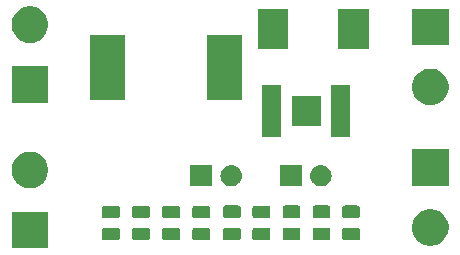
<source format=gbr>
G04 #@! TF.GenerationSoftware,KiCad,Pcbnew,(5.0.2)-1*
G04 #@! TF.CreationDate,2019-07-07T13:50:55+05:30*
G04 #@! TF.ProjectId,tps61500evm,74707336-3135-4303-9065-766d2e6b6963,rev?*
G04 #@! TF.SameCoordinates,Original*
G04 #@! TF.FileFunction,Soldermask,Top*
G04 #@! TF.FilePolarity,Negative*
%FSLAX46Y46*%
G04 Gerber Fmt 4.6, Leading zero omitted, Abs format (unit mm)*
G04 Created by KiCad (PCBNEW (5.0.2)-1) date 07/07/19 13:50:55*
%MOMM*%
%LPD*%
G01*
G04 APERTURE LIST*
%ADD10C,0.100000*%
G04 APERTURE END LIST*
D10*
G36*
X29751000Y-37651000D02*
X26649000Y-37651000D01*
X26649000Y-34549000D01*
X29751000Y-34549000D01*
X29751000Y-37651000D01*
X29751000Y-37651000D01*
G37*
G36*
X62452527Y-34368736D02*
X62552410Y-34388604D01*
X62834674Y-34505521D01*
X63088705Y-34675259D01*
X63304741Y-34891295D01*
X63474479Y-35145326D01*
X63591396Y-35427590D01*
X63591396Y-35427591D01*
X63651000Y-35727238D01*
X63651000Y-36032762D01*
X63622060Y-36178250D01*
X63591396Y-36332410D01*
X63474479Y-36614674D01*
X63304741Y-36868705D01*
X63088705Y-37084741D01*
X62834674Y-37254479D01*
X62552410Y-37371396D01*
X62452527Y-37391264D01*
X62252762Y-37431000D01*
X61947238Y-37431000D01*
X61747473Y-37391264D01*
X61647590Y-37371396D01*
X61365326Y-37254479D01*
X61111295Y-37084741D01*
X60895259Y-36868705D01*
X60725521Y-36614674D01*
X60608604Y-36332410D01*
X60577940Y-36178250D01*
X60549000Y-36032762D01*
X60549000Y-35727238D01*
X60608604Y-35427591D01*
X60608604Y-35427590D01*
X60725521Y-35145326D01*
X60895259Y-34891295D01*
X61111295Y-34675259D01*
X61365326Y-34505521D01*
X61647590Y-34388604D01*
X61747473Y-34368736D01*
X61947238Y-34329000D01*
X62252762Y-34329000D01*
X62452527Y-34368736D01*
X62452527Y-34368736D01*
G37*
G36*
X38194466Y-35913565D02*
X38233137Y-35925296D01*
X38268779Y-35944348D01*
X38300017Y-35969983D01*
X38325652Y-36001221D01*
X38344704Y-36036863D01*
X38356435Y-36075534D01*
X38361000Y-36121888D01*
X38361000Y-36773112D01*
X38356435Y-36819466D01*
X38344704Y-36858137D01*
X38325652Y-36893779D01*
X38300017Y-36925017D01*
X38268779Y-36950652D01*
X38233137Y-36969704D01*
X38194466Y-36981435D01*
X38148112Y-36986000D01*
X37071888Y-36986000D01*
X37025534Y-36981435D01*
X36986863Y-36969704D01*
X36951221Y-36950652D01*
X36919983Y-36925017D01*
X36894348Y-36893779D01*
X36875296Y-36858137D01*
X36863565Y-36819466D01*
X36859000Y-36773112D01*
X36859000Y-36121888D01*
X36863565Y-36075534D01*
X36875296Y-36036863D01*
X36894348Y-36001221D01*
X36919983Y-35969983D01*
X36951221Y-35944348D01*
X36986863Y-35925296D01*
X37025534Y-35913565D01*
X37071888Y-35909000D01*
X38148112Y-35909000D01*
X38194466Y-35913565D01*
X38194466Y-35913565D01*
G37*
G36*
X35644466Y-35913565D02*
X35683137Y-35925296D01*
X35718779Y-35944348D01*
X35750017Y-35969983D01*
X35775652Y-36001221D01*
X35794704Y-36036863D01*
X35806435Y-36075534D01*
X35811000Y-36121888D01*
X35811000Y-36773112D01*
X35806435Y-36819466D01*
X35794704Y-36858137D01*
X35775652Y-36893779D01*
X35750017Y-36925017D01*
X35718779Y-36950652D01*
X35683137Y-36969704D01*
X35644466Y-36981435D01*
X35598112Y-36986000D01*
X34521888Y-36986000D01*
X34475534Y-36981435D01*
X34436863Y-36969704D01*
X34401221Y-36950652D01*
X34369983Y-36925017D01*
X34344348Y-36893779D01*
X34325296Y-36858137D01*
X34313565Y-36819466D01*
X34309000Y-36773112D01*
X34309000Y-36121888D01*
X34313565Y-36075534D01*
X34325296Y-36036863D01*
X34344348Y-36001221D01*
X34369983Y-35969983D01*
X34401221Y-35944348D01*
X34436863Y-35925296D01*
X34475534Y-35913565D01*
X34521888Y-35909000D01*
X35598112Y-35909000D01*
X35644466Y-35913565D01*
X35644466Y-35913565D01*
G37*
G36*
X43294466Y-35913565D02*
X43333137Y-35925296D01*
X43368779Y-35944348D01*
X43400017Y-35969983D01*
X43425652Y-36001221D01*
X43444704Y-36036863D01*
X43456435Y-36075534D01*
X43461000Y-36121888D01*
X43461000Y-36773112D01*
X43456435Y-36819466D01*
X43444704Y-36858137D01*
X43425652Y-36893779D01*
X43400017Y-36925017D01*
X43368779Y-36950652D01*
X43333137Y-36969704D01*
X43294466Y-36981435D01*
X43248112Y-36986000D01*
X42171888Y-36986000D01*
X42125534Y-36981435D01*
X42086863Y-36969704D01*
X42051221Y-36950652D01*
X42019983Y-36925017D01*
X41994348Y-36893779D01*
X41975296Y-36858137D01*
X41963565Y-36819466D01*
X41959000Y-36773112D01*
X41959000Y-36121888D01*
X41963565Y-36075534D01*
X41975296Y-36036863D01*
X41994348Y-36001221D01*
X42019983Y-35969983D01*
X42051221Y-35944348D01*
X42086863Y-35925296D01*
X42125534Y-35913565D01*
X42171888Y-35909000D01*
X43248112Y-35909000D01*
X43294466Y-35913565D01*
X43294466Y-35913565D01*
G37*
G36*
X48384466Y-35913565D02*
X48423137Y-35925296D01*
X48458779Y-35944348D01*
X48490017Y-35969983D01*
X48515652Y-36001221D01*
X48534704Y-36036863D01*
X48546435Y-36075534D01*
X48551000Y-36121888D01*
X48551000Y-36773112D01*
X48546435Y-36819466D01*
X48534704Y-36858137D01*
X48515652Y-36893779D01*
X48490017Y-36925017D01*
X48458779Y-36950652D01*
X48423137Y-36969704D01*
X48384466Y-36981435D01*
X48338112Y-36986000D01*
X47261888Y-36986000D01*
X47215534Y-36981435D01*
X47176863Y-36969704D01*
X47141221Y-36950652D01*
X47109983Y-36925017D01*
X47084348Y-36893779D01*
X47065296Y-36858137D01*
X47053565Y-36819466D01*
X47049000Y-36773112D01*
X47049000Y-36121888D01*
X47053565Y-36075534D01*
X47065296Y-36036863D01*
X47084348Y-36001221D01*
X47109983Y-35969983D01*
X47141221Y-35944348D01*
X47176863Y-35925296D01*
X47215534Y-35913565D01*
X47261888Y-35909000D01*
X48338112Y-35909000D01*
X48384466Y-35913565D01*
X48384466Y-35913565D01*
G37*
G36*
X40744466Y-35913565D02*
X40783137Y-35925296D01*
X40818779Y-35944348D01*
X40850017Y-35969983D01*
X40875652Y-36001221D01*
X40894704Y-36036863D01*
X40906435Y-36075534D01*
X40911000Y-36121888D01*
X40911000Y-36773112D01*
X40906435Y-36819466D01*
X40894704Y-36858137D01*
X40875652Y-36893779D01*
X40850017Y-36925017D01*
X40818779Y-36950652D01*
X40783137Y-36969704D01*
X40744466Y-36981435D01*
X40698112Y-36986000D01*
X39621888Y-36986000D01*
X39575534Y-36981435D01*
X39536863Y-36969704D01*
X39501221Y-36950652D01*
X39469983Y-36925017D01*
X39444348Y-36893779D01*
X39425296Y-36858137D01*
X39413565Y-36819466D01*
X39409000Y-36773112D01*
X39409000Y-36121888D01*
X39413565Y-36075534D01*
X39425296Y-36036863D01*
X39444348Y-36001221D01*
X39469983Y-35969983D01*
X39501221Y-35944348D01*
X39536863Y-35925296D01*
X39575534Y-35913565D01*
X39621888Y-35909000D01*
X40698112Y-35909000D01*
X40744466Y-35913565D01*
X40744466Y-35913565D01*
G37*
G36*
X55984466Y-35903565D02*
X56023137Y-35915296D01*
X56058779Y-35934348D01*
X56090017Y-35959983D01*
X56115652Y-35991221D01*
X56134704Y-36026863D01*
X56146435Y-36065534D01*
X56151000Y-36111888D01*
X56151000Y-36763112D01*
X56146435Y-36809466D01*
X56134704Y-36848137D01*
X56115652Y-36883779D01*
X56090017Y-36915017D01*
X56058779Y-36940652D01*
X56023137Y-36959704D01*
X55984466Y-36971435D01*
X55938112Y-36976000D01*
X54861888Y-36976000D01*
X54815534Y-36971435D01*
X54776863Y-36959704D01*
X54741221Y-36940652D01*
X54709983Y-36915017D01*
X54684348Y-36883779D01*
X54665296Y-36848137D01*
X54653565Y-36809466D01*
X54649000Y-36763112D01*
X54649000Y-36111888D01*
X54653565Y-36065534D01*
X54665296Y-36026863D01*
X54684348Y-35991221D01*
X54709983Y-35959983D01*
X54741221Y-35934348D01*
X54776863Y-35915296D01*
X54815534Y-35903565D01*
X54861888Y-35899000D01*
X55938112Y-35899000D01*
X55984466Y-35903565D01*
X55984466Y-35903565D01*
G37*
G36*
X53484466Y-35903565D02*
X53523137Y-35915296D01*
X53558779Y-35934348D01*
X53590017Y-35959983D01*
X53615652Y-35991221D01*
X53634704Y-36026863D01*
X53646435Y-36065534D01*
X53651000Y-36111888D01*
X53651000Y-36763112D01*
X53646435Y-36809466D01*
X53634704Y-36848137D01*
X53615652Y-36883779D01*
X53590017Y-36915017D01*
X53558779Y-36940652D01*
X53523137Y-36959704D01*
X53484466Y-36971435D01*
X53438112Y-36976000D01*
X52361888Y-36976000D01*
X52315534Y-36971435D01*
X52276863Y-36959704D01*
X52241221Y-36940652D01*
X52209983Y-36915017D01*
X52184348Y-36883779D01*
X52165296Y-36848137D01*
X52153565Y-36809466D01*
X52149000Y-36763112D01*
X52149000Y-36111888D01*
X52153565Y-36065534D01*
X52165296Y-36026863D01*
X52184348Y-35991221D01*
X52209983Y-35959983D01*
X52241221Y-35934348D01*
X52276863Y-35915296D01*
X52315534Y-35903565D01*
X52361888Y-35899000D01*
X53438112Y-35899000D01*
X53484466Y-35903565D01*
X53484466Y-35903565D01*
G37*
G36*
X50934466Y-35903565D02*
X50973137Y-35915296D01*
X51008779Y-35934348D01*
X51040017Y-35959983D01*
X51065652Y-35991221D01*
X51084704Y-36026863D01*
X51096435Y-36065534D01*
X51101000Y-36111888D01*
X51101000Y-36763112D01*
X51096435Y-36809466D01*
X51084704Y-36848137D01*
X51065652Y-36883779D01*
X51040017Y-36915017D01*
X51008779Y-36940652D01*
X50973137Y-36959704D01*
X50934466Y-36971435D01*
X50888112Y-36976000D01*
X49811888Y-36976000D01*
X49765534Y-36971435D01*
X49726863Y-36959704D01*
X49691221Y-36940652D01*
X49659983Y-36915017D01*
X49634348Y-36883779D01*
X49615296Y-36848137D01*
X49603565Y-36809466D01*
X49599000Y-36763112D01*
X49599000Y-36111888D01*
X49603565Y-36065534D01*
X49615296Y-36026863D01*
X49634348Y-35991221D01*
X49659983Y-35959983D01*
X49691221Y-35934348D01*
X49726863Y-35915296D01*
X49765534Y-35903565D01*
X49811888Y-35899000D01*
X50888112Y-35899000D01*
X50934466Y-35903565D01*
X50934466Y-35903565D01*
G37*
G36*
X45884466Y-35903565D02*
X45923137Y-35915296D01*
X45958779Y-35934348D01*
X45990017Y-35959983D01*
X46015652Y-35991221D01*
X46034704Y-36026863D01*
X46046435Y-36065534D01*
X46051000Y-36111888D01*
X46051000Y-36763112D01*
X46046435Y-36809466D01*
X46034704Y-36848137D01*
X46015652Y-36883779D01*
X45990017Y-36915017D01*
X45958779Y-36940652D01*
X45923137Y-36959704D01*
X45884466Y-36971435D01*
X45838112Y-36976000D01*
X44761888Y-36976000D01*
X44715534Y-36971435D01*
X44676863Y-36959704D01*
X44641221Y-36940652D01*
X44609983Y-36915017D01*
X44584348Y-36883779D01*
X44565296Y-36848137D01*
X44553565Y-36809466D01*
X44549000Y-36763112D01*
X44549000Y-36111888D01*
X44553565Y-36065534D01*
X44565296Y-36026863D01*
X44584348Y-35991221D01*
X44609983Y-35959983D01*
X44641221Y-35934348D01*
X44676863Y-35915296D01*
X44715534Y-35903565D01*
X44761888Y-35899000D01*
X45838112Y-35899000D01*
X45884466Y-35903565D01*
X45884466Y-35903565D01*
G37*
G36*
X40744466Y-34038565D02*
X40783137Y-34050296D01*
X40818779Y-34069348D01*
X40850017Y-34094983D01*
X40875652Y-34126221D01*
X40894704Y-34161863D01*
X40906435Y-34200534D01*
X40911000Y-34246888D01*
X40911000Y-34898112D01*
X40906435Y-34944466D01*
X40894704Y-34983137D01*
X40875652Y-35018779D01*
X40850017Y-35050017D01*
X40818779Y-35075652D01*
X40783137Y-35094704D01*
X40744466Y-35106435D01*
X40698112Y-35111000D01*
X39621888Y-35111000D01*
X39575534Y-35106435D01*
X39536863Y-35094704D01*
X39501221Y-35075652D01*
X39469983Y-35050017D01*
X39444348Y-35018779D01*
X39425296Y-34983137D01*
X39413565Y-34944466D01*
X39409000Y-34898112D01*
X39409000Y-34246888D01*
X39413565Y-34200534D01*
X39425296Y-34161863D01*
X39444348Y-34126221D01*
X39469983Y-34094983D01*
X39501221Y-34069348D01*
X39536863Y-34050296D01*
X39575534Y-34038565D01*
X39621888Y-34034000D01*
X40698112Y-34034000D01*
X40744466Y-34038565D01*
X40744466Y-34038565D01*
G37*
G36*
X48384466Y-34038565D02*
X48423137Y-34050296D01*
X48458779Y-34069348D01*
X48490017Y-34094983D01*
X48515652Y-34126221D01*
X48534704Y-34161863D01*
X48546435Y-34200534D01*
X48551000Y-34246888D01*
X48551000Y-34898112D01*
X48546435Y-34944466D01*
X48534704Y-34983137D01*
X48515652Y-35018779D01*
X48490017Y-35050017D01*
X48458779Y-35075652D01*
X48423137Y-35094704D01*
X48384466Y-35106435D01*
X48338112Y-35111000D01*
X47261888Y-35111000D01*
X47215534Y-35106435D01*
X47176863Y-35094704D01*
X47141221Y-35075652D01*
X47109983Y-35050017D01*
X47084348Y-35018779D01*
X47065296Y-34983137D01*
X47053565Y-34944466D01*
X47049000Y-34898112D01*
X47049000Y-34246888D01*
X47053565Y-34200534D01*
X47065296Y-34161863D01*
X47084348Y-34126221D01*
X47109983Y-34094983D01*
X47141221Y-34069348D01*
X47176863Y-34050296D01*
X47215534Y-34038565D01*
X47261888Y-34034000D01*
X48338112Y-34034000D01*
X48384466Y-34038565D01*
X48384466Y-34038565D01*
G37*
G36*
X43294466Y-34038565D02*
X43333137Y-34050296D01*
X43368779Y-34069348D01*
X43400017Y-34094983D01*
X43425652Y-34126221D01*
X43444704Y-34161863D01*
X43456435Y-34200534D01*
X43461000Y-34246888D01*
X43461000Y-34898112D01*
X43456435Y-34944466D01*
X43444704Y-34983137D01*
X43425652Y-35018779D01*
X43400017Y-35050017D01*
X43368779Y-35075652D01*
X43333137Y-35094704D01*
X43294466Y-35106435D01*
X43248112Y-35111000D01*
X42171888Y-35111000D01*
X42125534Y-35106435D01*
X42086863Y-35094704D01*
X42051221Y-35075652D01*
X42019983Y-35050017D01*
X41994348Y-35018779D01*
X41975296Y-34983137D01*
X41963565Y-34944466D01*
X41959000Y-34898112D01*
X41959000Y-34246888D01*
X41963565Y-34200534D01*
X41975296Y-34161863D01*
X41994348Y-34126221D01*
X42019983Y-34094983D01*
X42051221Y-34069348D01*
X42086863Y-34050296D01*
X42125534Y-34038565D01*
X42171888Y-34034000D01*
X43248112Y-34034000D01*
X43294466Y-34038565D01*
X43294466Y-34038565D01*
G37*
G36*
X35644466Y-34038565D02*
X35683137Y-34050296D01*
X35718779Y-34069348D01*
X35750017Y-34094983D01*
X35775652Y-34126221D01*
X35794704Y-34161863D01*
X35806435Y-34200534D01*
X35811000Y-34246888D01*
X35811000Y-34898112D01*
X35806435Y-34944466D01*
X35794704Y-34983137D01*
X35775652Y-35018779D01*
X35750017Y-35050017D01*
X35718779Y-35075652D01*
X35683137Y-35094704D01*
X35644466Y-35106435D01*
X35598112Y-35111000D01*
X34521888Y-35111000D01*
X34475534Y-35106435D01*
X34436863Y-35094704D01*
X34401221Y-35075652D01*
X34369983Y-35050017D01*
X34344348Y-35018779D01*
X34325296Y-34983137D01*
X34313565Y-34944466D01*
X34309000Y-34898112D01*
X34309000Y-34246888D01*
X34313565Y-34200534D01*
X34325296Y-34161863D01*
X34344348Y-34126221D01*
X34369983Y-34094983D01*
X34401221Y-34069348D01*
X34436863Y-34050296D01*
X34475534Y-34038565D01*
X34521888Y-34034000D01*
X35598112Y-34034000D01*
X35644466Y-34038565D01*
X35644466Y-34038565D01*
G37*
G36*
X38194466Y-34038565D02*
X38233137Y-34050296D01*
X38268779Y-34069348D01*
X38300017Y-34094983D01*
X38325652Y-34126221D01*
X38344704Y-34161863D01*
X38356435Y-34200534D01*
X38361000Y-34246888D01*
X38361000Y-34898112D01*
X38356435Y-34944466D01*
X38344704Y-34983137D01*
X38325652Y-35018779D01*
X38300017Y-35050017D01*
X38268779Y-35075652D01*
X38233137Y-35094704D01*
X38194466Y-35106435D01*
X38148112Y-35111000D01*
X37071888Y-35111000D01*
X37025534Y-35106435D01*
X36986863Y-35094704D01*
X36951221Y-35075652D01*
X36919983Y-35050017D01*
X36894348Y-35018779D01*
X36875296Y-34983137D01*
X36863565Y-34944466D01*
X36859000Y-34898112D01*
X36859000Y-34246888D01*
X36863565Y-34200534D01*
X36875296Y-34161863D01*
X36894348Y-34126221D01*
X36919983Y-34094983D01*
X36951221Y-34069348D01*
X36986863Y-34050296D01*
X37025534Y-34038565D01*
X37071888Y-34034000D01*
X38148112Y-34034000D01*
X38194466Y-34038565D01*
X38194466Y-34038565D01*
G37*
G36*
X53484466Y-34028565D02*
X53523137Y-34040296D01*
X53558779Y-34059348D01*
X53590017Y-34084983D01*
X53615652Y-34116221D01*
X53634704Y-34151863D01*
X53646435Y-34190534D01*
X53651000Y-34236888D01*
X53651000Y-34888112D01*
X53646435Y-34934466D01*
X53634704Y-34973137D01*
X53615652Y-35008779D01*
X53590017Y-35040017D01*
X53558779Y-35065652D01*
X53523137Y-35084704D01*
X53484466Y-35096435D01*
X53438112Y-35101000D01*
X52361888Y-35101000D01*
X52315534Y-35096435D01*
X52276863Y-35084704D01*
X52241221Y-35065652D01*
X52209983Y-35040017D01*
X52184348Y-35008779D01*
X52165296Y-34973137D01*
X52153565Y-34934466D01*
X52149000Y-34888112D01*
X52149000Y-34236888D01*
X52153565Y-34190534D01*
X52165296Y-34151863D01*
X52184348Y-34116221D01*
X52209983Y-34084983D01*
X52241221Y-34059348D01*
X52276863Y-34040296D01*
X52315534Y-34028565D01*
X52361888Y-34024000D01*
X53438112Y-34024000D01*
X53484466Y-34028565D01*
X53484466Y-34028565D01*
G37*
G36*
X50934466Y-34028565D02*
X50973137Y-34040296D01*
X51008779Y-34059348D01*
X51040017Y-34084983D01*
X51065652Y-34116221D01*
X51084704Y-34151863D01*
X51096435Y-34190534D01*
X51101000Y-34236888D01*
X51101000Y-34888112D01*
X51096435Y-34934466D01*
X51084704Y-34973137D01*
X51065652Y-35008779D01*
X51040017Y-35040017D01*
X51008779Y-35065652D01*
X50973137Y-35084704D01*
X50934466Y-35096435D01*
X50888112Y-35101000D01*
X49811888Y-35101000D01*
X49765534Y-35096435D01*
X49726863Y-35084704D01*
X49691221Y-35065652D01*
X49659983Y-35040017D01*
X49634348Y-35008779D01*
X49615296Y-34973137D01*
X49603565Y-34934466D01*
X49599000Y-34888112D01*
X49599000Y-34236888D01*
X49603565Y-34190534D01*
X49615296Y-34151863D01*
X49634348Y-34116221D01*
X49659983Y-34084983D01*
X49691221Y-34059348D01*
X49726863Y-34040296D01*
X49765534Y-34028565D01*
X49811888Y-34024000D01*
X50888112Y-34024000D01*
X50934466Y-34028565D01*
X50934466Y-34028565D01*
G37*
G36*
X55984466Y-34028565D02*
X56023137Y-34040296D01*
X56058779Y-34059348D01*
X56090017Y-34084983D01*
X56115652Y-34116221D01*
X56134704Y-34151863D01*
X56146435Y-34190534D01*
X56151000Y-34236888D01*
X56151000Y-34888112D01*
X56146435Y-34934466D01*
X56134704Y-34973137D01*
X56115652Y-35008779D01*
X56090017Y-35040017D01*
X56058779Y-35065652D01*
X56023137Y-35084704D01*
X55984466Y-35096435D01*
X55938112Y-35101000D01*
X54861888Y-35101000D01*
X54815534Y-35096435D01*
X54776863Y-35084704D01*
X54741221Y-35065652D01*
X54709983Y-35040017D01*
X54684348Y-35008779D01*
X54665296Y-34973137D01*
X54653565Y-34934466D01*
X54649000Y-34888112D01*
X54649000Y-34236888D01*
X54653565Y-34190534D01*
X54665296Y-34151863D01*
X54684348Y-34116221D01*
X54709983Y-34084983D01*
X54741221Y-34059348D01*
X54776863Y-34040296D01*
X54815534Y-34028565D01*
X54861888Y-34024000D01*
X55938112Y-34024000D01*
X55984466Y-34028565D01*
X55984466Y-34028565D01*
G37*
G36*
X45884466Y-34028565D02*
X45923137Y-34040296D01*
X45958779Y-34059348D01*
X45990017Y-34084983D01*
X46015652Y-34116221D01*
X46034704Y-34151863D01*
X46046435Y-34190534D01*
X46051000Y-34236888D01*
X46051000Y-34888112D01*
X46046435Y-34934466D01*
X46034704Y-34973137D01*
X46015652Y-35008779D01*
X45990017Y-35040017D01*
X45958779Y-35065652D01*
X45923137Y-35084704D01*
X45884466Y-35096435D01*
X45838112Y-35101000D01*
X44761888Y-35101000D01*
X44715534Y-35096435D01*
X44676863Y-35084704D01*
X44641221Y-35065652D01*
X44609983Y-35040017D01*
X44584348Y-35008779D01*
X44565296Y-34973137D01*
X44553565Y-34934466D01*
X44549000Y-34888112D01*
X44549000Y-34236888D01*
X44553565Y-34190534D01*
X44565296Y-34151863D01*
X44584348Y-34116221D01*
X44609983Y-34084983D01*
X44641221Y-34059348D01*
X44676863Y-34040296D01*
X44715534Y-34028565D01*
X44761888Y-34024000D01*
X45838112Y-34024000D01*
X45884466Y-34028565D01*
X45884466Y-34028565D01*
G37*
G36*
X28552527Y-29508736D02*
X28652410Y-29528604D01*
X28934674Y-29645521D01*
X29188705Y-29815259D01*
X29404741Y-30031295D01*
X29574479Y-30285326D01*
X29691396Y-30567590D01*
X29751000Y-30867240D01*
X29751000Y-31172760D01*
X29691396Y-31472410D01*
X29574479Y-31754674D01*
X29404741Y-32008705D01*
X29188705Y-32224741D01*
X28934674Y-32394479D01*
X28652410Y-32511396D01*
X28552527Y-32531264D01*
X28352762Y-32571000D01*
X28047238Y-32571000D01*
X27847473Y-32531264D01*
X27747590Y-32511396D01*
X27465326Y-32394479D01*
X27211295Y-32224741D01*
X26995259Y-32008705D01*
X26825521Y-31754674D01*
X26708604Y-31472410D01*
X26649000Y-31172760D01*
X26649000Y-30867240D01*
X26708604Y-30567590D01*
X26825521Y-30285326D01*
X26995259Y-30031295D01*
X27211295Y-29815259D01*
X27465326Y-29645521D01*
X27747590Y-29528604D01*
X27847473Y-29508736D01*
X28047238Y-29469000D01*
X28352762Y-29469000D01*
X28552527Y-29508736D01*
X28552527Y-29508736D01*
G37*
G36*
X52950442Y-30605518D02*
X53016627Y-30612037D01*
X53129853Y-30646384D01*
X53186467Y-30663557D01*
X53325087Y-30737652D01*
X53342991Y-30747222D01*
X53378729Y-30776552D01*
X53480186Y-30859814D01*
X53563448Y-30961271D01*
X53592778Y-30997009D01*
X53592779Y-30997011D01*
X53676443Y-31153533D01*
X53676443Y-31153534D01*
X53727963Y-31323373D01*
X53745359Y-31500000D01*
X53727963Y-31676627D01*
X53704288Y-31754672D01*
X53676443Y-31846467D01*
X53602348Y-31985087D01*
X53592778Y-32002991D01*
X53563448Y-32038729D01*
X53480186Y-32140186D01*
X53378729Y-32223448D01*
X53342991Y-32252778D01*
X53342989Y-32252779D01*
X53186467Y-32336443D01*
X53138478Y-32351000D01*
X53016627Y-32387963D01*
X52950468Y-32394479D01*
X52884260Y-32401000D01*
X52795740Y-32401000D01*
X52729532Y-32394479D01*
X52663373Y-32387963D01*
X52541522Y-32351000D01*
X52493533Y-32336443D01*
X52337011Y-32252779D01*
X52337009Y-32252778D01*
X52301271Y-32223448D01*
X52199814Y-32140186D01*
X52116552Y-32038729D01*
X52087222Y-32002991D01*
X52077652Y-31985087D01*
X52003557Y-31846467D01*
X51975712Y-31754672D01*
X51952037Y-31676627D01*
X51934641Y-31500000D01*
X51952037Y-31323373D01*
X52003557Y-31153534D01*
X52003557Y-31153533D01*
X52087221Y-30997011D01*
X52087222Y-30997009D01*
X52116552Y-30961271D01*
X52199814Y-30859814D01*
X52301271Y-30776552D01*
X52337009Y-30747222D01*
X52354913Y-30737652D01*
X52493533Y-30663557D01*
X52550147Y-30646384D01*
X52663373Y-30612037D01*
X52729558Y-30605518D01*
X52795740Y-30599000D01*
X52884260Y-30599000D01*
X52950442Y-30605518D01*
X52950442Y-30605518D01*
G37*
G36*
X51201000Y-32401000D02*
X49399000Y-32401000D01*
X49399000Y-30599000D01*
X51201000Y-30599000D01*
X51201000Y-32401000D01*
X51201000Y-32401000D01*
G37*
G36*
X43601000Y-32401000D02*
X41799000Y-32401000D01*
X41799000Y-30599000D01*
X43601000Y-30599000D01*
X43601000Y-32401000D01*
X43601000Y-32401000D01*
G37*
G36*
X45350442Y-30605518D02*
X45416627Y-30612037D01*
X45529853Y-30646384D01*
X45586467Y-30663557D01*
X45725087Y-30737652D01*
X45742991Y-30747222D01*
X45778729Y-30776552D01*
X45880186Y-30859814D01*
X45963448Y-30961271D01*
X45992778Y-30997009D01*
X45992779Y-30997011D01*
X46076443Y-31153533D01*
X46076443Y-31153534D01*
X46127963Y-31323373D01*
X46145359Y-31500000D01*
X46127963Y-31676627D01*
X46104288Y-31754672D01*
X46076443Y-31846467D01*
X46002348Y-31985087D01*
X45992778Y-32002991D01*
X45963448Y-32038729D01*
X45880186Y-32140186D01*
X45778729Y-32223448D01*
X45742991Y-32252778D01*
X45742989Y-32252779D01*
X45586467Y-32336443D01*
X45538478Y-32351000D01*
X45416627Y-32387963D01*
X45350468Y-32394479D01*
X45284260Y-32401000D01*
X45195740Y-32401000D01*
X45129532Y-32394479D01*
X45063373Y-32387963D01*
X44941522Y-32351000D01*
X44893533Y-32336443D01*
X44737011Y-32252779D01*
X44737009Y-32252778D01*
X44701271Y-32223448D01*
X44599814Y-32140186D01*
X44516552Y-32038729D01*
X44487222Y-32002991D01*
X44477652Y-31985087D01*
X44403557Y-31846467D01*
X44375712Y-31754672D01*
X44352037Y-31676627D01*
X44334641Y-31500000D01*
X44352037Y-31323373D01*
X44403557Y-31153534D01*
X44403557Y-31153533D01*
X44487221Y-30997011D01*
X44487222Y-30997009D01*
X44516552Y-30961271D01*
X44599814Y-30859814D01*
X44701271Y-30776552D01*
X44737009Y-30747222D01*
X44754913Y-30737652D01*
X44893533Y-30663557D01*
X44950147Y-30646384D01*
X45063373Y-30612037D01*
X45129558Y-30605518D01*
X45195740Y-30599000D01*
X45284260Y-30599000D01*
X45350442Y-30605518D01*
X45350442Y-30605518D01*
G37*
G36*
X63651000Y-32351000D02*
X60549000Y-32351000D01*
X60549000Y-29249000D01*
X63651000Y-29249000D01*
X63651000Y-32351000D01*
X63651000Y-32351000D01*
G37*
G36*
X55308600Y-28184600D02*
X53733400Y-28184600D01*
X53733400Y-23815400D01*
X55308600Y-23815400D01*
X55308600Y-28184600D01*
X55308600Y-28184600D01*
G37*
G36*
X49466600Y-28184600D02*
X47891400Y-28184600D01*
X47891400Y-23815400D01*
X49466600Y-23815400D01*
X49466600Y-28184600D01*
X49466600Y-28184600D01*
G37*
G36*
X52806700Y-27282900D02*
X50393300Y-27282900D01*
X50393300Y-24717100D01*
X52806700Y-24717100D01*
X52806700Y-27282900D01*
X52806700Y-27282900D01*
G37*
G36*
X62452527Y-22468736D02*
X62552410Y-22488604D01*
X62834674Y-22605521D01*
X63088705Y-22775259D01*
X63304741Y-22991295D01*
X63474479Y-23245326D01*
X63591396Y-23527590D01*
X63651000Y-23827240D01*
X63651000Y-24132760D01*
X63591396Y-24432410D01*
X63474479Y-24714674D01*
X63304741Y-24968705D01*
X63088705Y-25184741D01*
X62834674Y-25354479D01*
X62552410Y-25471396D01*
X62452527Y-25491264D01*
X62252762Y-25531000D01*
X61947238Y-25531000D01*
X61747473Y-25491264D01*
X61647590Y-25471396D01*
X61365326Y-25354479D01*
X61111295Y-25184741D01*
X60895259Y-24968705D01*
X60725521Y-24714674D01*
X60608604Y-24432410D01*
X60549000Y-24132760D01*
X60549000Y-23827240D01*
X60608604Y-23527590D01*
X60725521Y-23245326D01*
X60895259Y-22991295D01*
X61111295Y-22775259D01*
X61365326Y-22605521D01*
X61647590Y-22488604D01*
X61747473Y-22468736D01*
X61947238Y-22429000D01*
X62252762Y-22429000D01*
X62452527Y-22468736D01*
X62452527Y-22468736D01*
G37*
G36*
X29751000Y-25351000D02*
X26649000Y-25351000D01*
X26649000Y-22249000D01*
X29751000Y-22249000D01*
X29751000Y-25351000D01*
X29751000Y-25351000D01*
G37*
G36*
X46191000Y-25051000D02*
X43189000Y-25051000D01*
X43189000Y-19549000D01*
X46191000Y-19549000D01*
X46191000Y-25051000D01*
X46191000Y-25051000D01*
G37*
G36*
X36291000Y-25051000D02*
X33289000Y-25051000D01*
X33289000Y-19549000D01*
X36291000Y-19549000D01*
X36291000Y-25051000D01*
X36291000Y-25051000D01*
G37*
G36*
X56891000Y-20781000D02*
X54289000Y-20781000D01*
X54289000Y-17379000D01*
X56891000Y-17379000D01*
X56891000Y-20781000D01*
X56891000Y-20781000D01*
G37*
G36*
X50091000Y-20781000D02*
X47489000Y-20781000D01*
X47489000Y-17379000D01*
X50091000Y-17379000D01*
X50091000Y-20781000D01*
X50091000Y-20781000D01*
G37*
G36*
X63651000Y-20451000D02*
X60549000Y-20451000D01*
X60549000Y-17349000D01*
X63651000Y-17349000D01*
X63651000Y-20451000D01*
X63651000Y-20451000D01*
G37*
G36*
X28552527Y-17208736D02*
X28652410Y-17228604D01*
X28934674Y-17345521D01*
X29188705Y-17515259D01*
X29404741Y-17731295D01*
X29574479Y-17985326D01*
X29691396Y-18267590D01*
X29751000Y-18567240D01*
X29751000Y-18872760D01*
X29691396Y-19172410D01*
X29574479Y-19454674D01*
X29404741Y-19708705D01*
X29188705Y-19924741D01*
X28934674Y-20094479D01*
X28652410Y-20211396D01*
X28552527Y-20231264D01*
X28352762Y-20271000D01*
X28047238Y-20271000D01*
X27847473Y-20231264D01*
X27747590Y-20211396D01*
X27465326Y-20094479D01*
X27211295Y-19924741D01*
X26995259Y-19708705D01*
X26825521Y-19454674D01*
X26708604Y-19172410D01*
X26649000Y-18872760D01*
X26649000Y-18567240D01*
X26708604Y-18267590D01*
X26825521Y-17985326D01*
X26995259Y-17731295D01*
X27211295Y-17515259D01*
X27465326Y-17345521D01*
X27747590Y-17228604D01*
X27847473Y-17208736D01*
X28047238Y-17169000D01*
X28352762Y-17169000D01*
X28552527Y-17208736D01*
X28552527Y-17208736D01*
G37*
M02*

</source>
